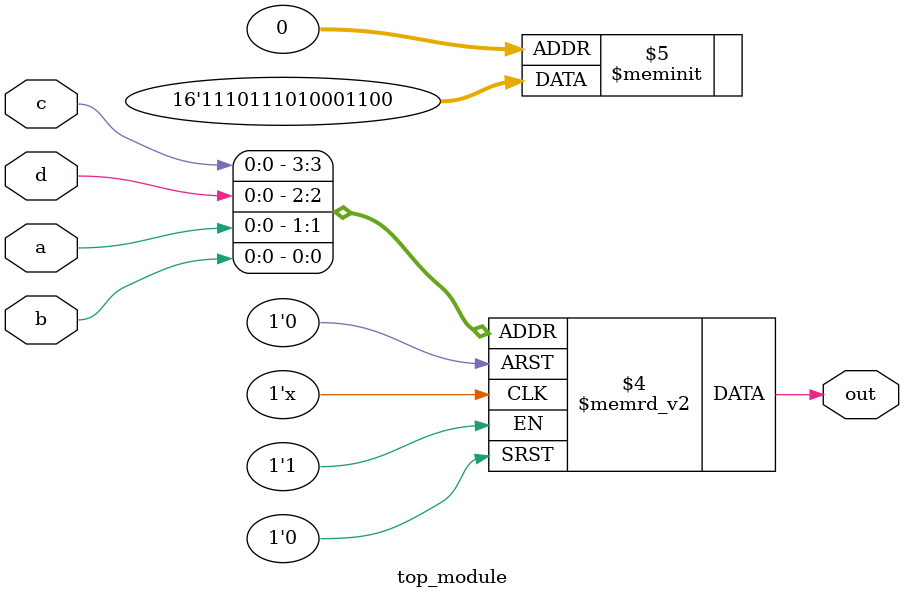
<source format=sv>
module top_module (
    input a, 
    input b,
    input c,
    input d,
    output reg out
);

    always @(*) begin
        case ({c, d, a, b})
            4'b0001: out = 1'b0; // 00 01
            4'b0010: out = 1'b1; // 00 10
            4'b0011: out = 1'b1; // 00 11
            4'b0100: out = 1'b0; // 01 00
            4'b0101: out = 1'b0; // 01 01
            // 01 10: don't care, can be 0 or 1 - let's choose 1
            4'b0111: out = 1'b1; // 01 11
            4'b1000: out = 1'b0; // 11 00
            4'b1001: out = 1'b1; // 11 01
            4'b1010: out = 1'b1; // 11 10
            4'b1011: out = 1'b1; // 11 11
            4'b1100: out = 1'b0; // 10 00
            4'b1101: out = 1'b1; // 10 01
            4'b1110: out = 1'b1; // 10 10
            4'b1111: out = 1'b1; // 10 11
            default: out = 1'b0; // default case for remaining don't-cares
        endcase
    end
endmodule

</source>
